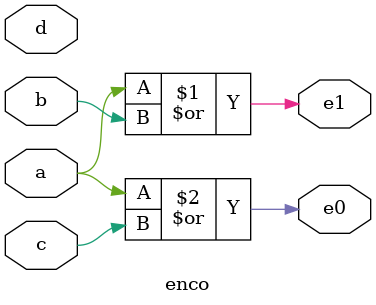
<source format=v>
`timescale 1ns / 1ps


module enco(
input a,b,c,d,
output e0,e1

    );
    
    assign e1=a|b;
    assign e0=a|c;
    
endmodule

</source>
